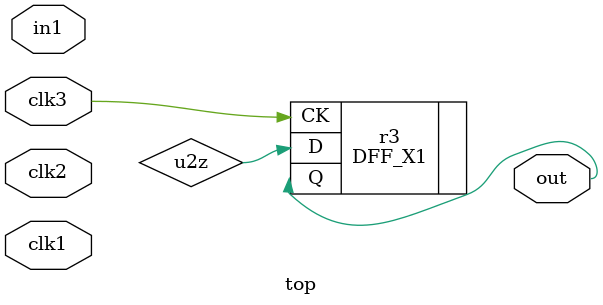
<source format=v>
module top (in1, clk1, clk2, clk3, out);
  input in1, clk1, clk2, clk3;
  output out;

   // unconnected reg output
  DFF_X1 r1 (.D(in1), .CK(clk1), .Q(r1q), .QN(r1qn));

  // no driver for r2q
  BUF_X1 u1 (.A(r2q), .Z(u1z));
  AND2_X1 u2 (.A1(r1q), .A2(u1z), .ZN(u1z));
  DFF_X1 r3 (.D(u2z), .CK(clk3), .Q(out));
endmodule // top

</source>
